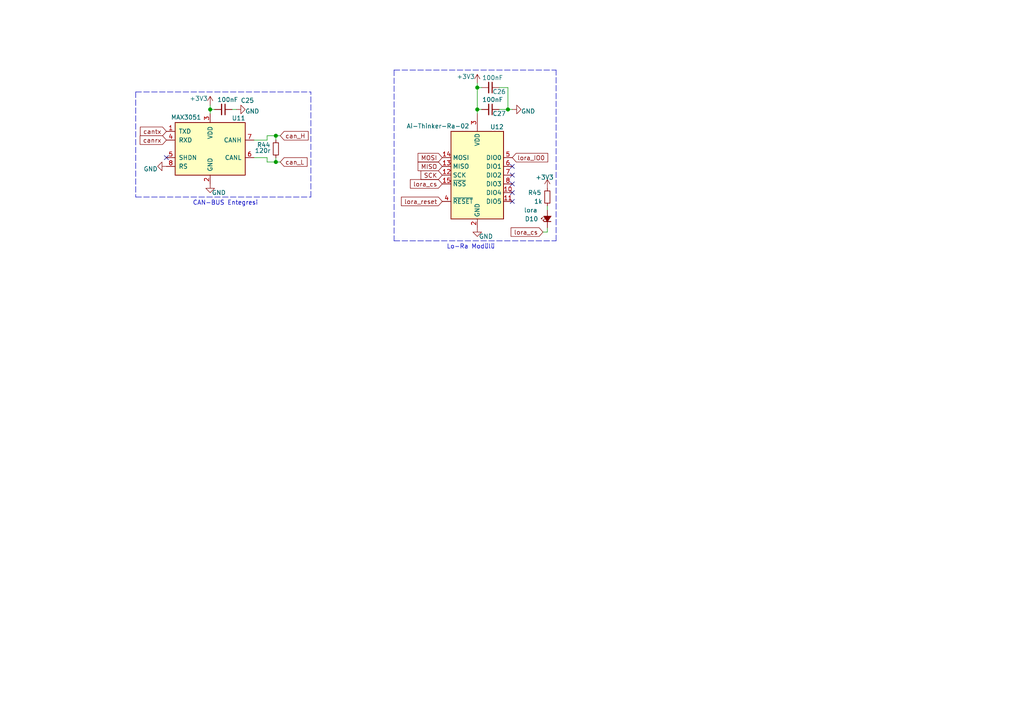
<source format=kicad_sch>
(kicad_sch (version 20201015) (generator eeschema)

  (page 1 8)

  (paper "A4")

  (lib_symbols
    (symbol "Device:C_Small" (pin_numbers hide) (pin_names (offset 0.254) hide) (in_bom yes) (on_board yes)
      (property "Reference" "C" (id 0) (at 0.254 1.778 0)
        (effects (font (size 1.27 1.27)) (justify left))
      )
      (property "Value" "C_Small" (id 1) (at 0.254 -2.032 0)
        (effects (font (size 1.27 1.27)) (justify left))
      )
      (property "Footprint" "" (id 2) (at 0 0 0)
        (effects (font (size 1.27 1.27)) hide)
      )
      (property "Datasheet" "~" (id 3) (at 0 0 0)
        (effects (font (size 1.27 1.27)) hide)
      )
      (property "ki_keywords" "capacitor cap" (id 4) (at 0 0 0)
        (effects (font (size 1.27 1.27)) hide)
      )
      (property "ki_description" "Unpolarized capacitor, small symbol" (id 5) (at 0 0 0)
        (effects (font (size 1.27 1.27)) hide)
      )
      (property "ki_fp_filters" "C_*" (id 6) (at 0 0 0)
        (effects (font (size 1.27 1.27)) hide)
      )
      (symbol "C_Small_0_1"
        (polyline
          (pts
            (xy -1.524 -0.508)
            (xy 1.524 -0.508)
          )
          (stroke (width 0.3302)) (fill (type none))
        )
        (polyline
          (pts
            (xy -1.524 0.508)
            (xy 1.524 0.508)
          )
          (stroke (width 0.3048)) (fill (type none))
        )
      )
      (symbol "C_Small_1_1"
        (pin passive line (at 0 2.54 270) (length 2.032)
          (name "~" (effects (font (size 1.27 1.27))))
          (number "1" (effects (font (size 1.27 1.27))))
        )
        (pin passive line (at 0 -2.54 90) (length 2.032)
          (name "~" (effects (font (size 1.27 1.27))))
          (number "2" (effects (font (size 1.27 1.27))))
        )
      )
    )
    (symbol "Device:LED_Small_Filled" (pin_numbers hide) (pin_names (offset 0.254) hide) (in_bom yes) (on_board yes)
      (property "Reference" "D" (id 0) (at -1.27 3.175 0)
        (effects (font (size 1.27 1.27)) (justify left))
      )
      (property "Value" "LED_Small_Filled" (id 1) (at -4.445 -2.54 0)
        (effects (font (size 1.27 1.27)) (justify left))
      )
      (property "Footprint" "" (id 2) (at 0 0 90)
        (effects (font (size 1.27 1.27)) hide)
      )
      (property "Datasheet" "~" (id 3) (at 0 0 90)
        (effects (font (size 1.27 1.27)) hide)
      )
      (property "ki_keywords" "LED diode light-emitting-diode" (id 4) (at 0 0 0)
        (effects (font (size 1.27 1.27)) hide)
      )
      (property "ki_description" "Light emitting diode, small symbol, filled shape" (id 5) (at 0 0 0)
        (effects (font (size 1.27 1.27)) hide)
      )
      (property "ki_fp_filters" "LED* LED_SMD:* LED_THT:*" (id 6) (at 0 0 0)
        (effects (font (size 1.27 1.27)) hide)
      )
      (symbol "LED_Small_Filled_0_1"
        (polyline
          (pts
            (xy -0.762 -1.016)
            (xy -0.762 1.016)
          )
          (stroke (width 0.254)) (fill (type none))
        )
        (polyline
          (pts
            (xy 1.016 0)
            (xy -0.762 0)
          )
          (stroke (width 0)) (fill (type none))
        )
        (polyline
          (pts
            (xy 0.762 -1.016)
            (xy -0.762 0)
            (xy 0.762 1.016)
            (xy 0.762 -1.016)
          )
          (stroke (width 0.254)) (fill (type outline))
        )
        (polyline
          (pts
            (xy 0 0.762)
            (xy -0.508 1.27)
            (xy -0.254 1.27)
            (xy -0.508 1.27)
            (xy -0.508 1.016)
          )
          (stroke (width 0)) (fill (type none))
        )
        (polyline
          (pts
            (xy 0.508 1.27)
            (xy 0 1.778)
            (xy 0.254 1.778)
            (xy 0 1.778)
            (xy 0 1.524)
          )
          (stroke (width 0)) (fill (type none))
        )
      )
      (symbol "LED_Small_Filled_1_1"
        (pin passive line (at -2.54 0 0) (length 1.778)
          (name "K" (effects (font (size 1.27 1.27))))
          (number "1" (effects (font (size 1.27 1.27))))
        )
        (pin passive line (at 2.54 0 180) (length 1.778)
          (name "A" (effects (font (size 1.27 1.27))))
          (number "2" (effects (font (size 1.27 1.27))))
        )
      )
    )
    (symbol "Device:R_Small" (pin_numbers hide) (pin_names (offset 0.254) hide) (in_bom yes) (on_board yes)
      (property "Reference" "R" (id 0) (at 0.762 0.508 0)
        (effects (font (size 1.27 1.27)) (justify left))
      )
      (property "Value" "R_Small" (id 1) (at 0.762 -1.016 0)
        (effects (font (size 1.27 1.27)) (justify left))
      )
      (property "Footprint" "" (id 2) (at 0 0 0)
        (effects (font (size 1.27 1.27)) hide)
      )
      (property "Datasheet" "~" (id 3) (at 0 0 0)
        (effects (font (size 1.27 1.27)) hide)
      )
      (property "ki_keywords" "R resistor" (id 4) (at 0 0 0)
        (effects (font (size 1.27 1.27)) hide)
      )
      (property "ki_description" "Resistor, small symbol" (id 5) (at 0 0 0)
        (effects (font (size 1.27 1.27)) hide)
      )
      (property "ki_fp_filters" "R_*" (id 6) (at 0 0 0)
        (effects (font (size 1.27 1.27)) hide)
      )
      (symbol "R_Small_0_1"
        (rectangle (start -0.762 1.778) (end 0.762 -1.778)
          (stroke (width 0.2032)) (fill (type none))
        )
      )
      (symbol "R_Small_1_1"
        (pin passive line (at 0 2.54 270) (length 0.762)
          (name "~" (effects (font (size 1.27 1.27))))
          (number "1" (effects (font (size 1.27 1.27))))
        )
        (pin passive line (at 0 -2.54 90) (length 0.762)
          (name "~" (effects (font (size 1.27 1.27))))
          (number "2" (effects (font (size 1.27 1.27))))
        )
      )
    )
    (symbol "Interface_UART:MAX3051" (pin_names (offset 1.016)) (in_bom yes) (on_board yes)
      (property "Reference" "U" (id 0) (at -10.16 8.89 0)
        (effects (font (size 1.27 1.27)) (justify left))
      )
      (property "Value" "MAX3051" (id 1) (at 2.54 8.89 0)
        (effects (font (size 1.27 1.27)) (justify left))
      )
      (property "Footprint" "" (id 2) (at 0 0 0)
        (effects (font (size 1.27 1.27) italic) hide)
      )
      (property "Datasheet" "http://datasheets.maximintegrated.com/en/ds/MAX3051.pdf" (id 3) (at 0 0 0)
        (effects (font (size 1.27 1.27)) hide)
      )
      (property "ki_keywords" "High-Speed CAN Transceiver" (id 4) (at 0 0 0)
        (effects (font (size 1.27 1.27)) hide)
      )
      (property "ki_description" "High-Speed CAN Transceiver, 1Mbps, 3.3V supply" (id 5) (at 0 0 0)
        (effects (font (size 1.27 1.27)) hide)
      )
      (property "ki_fp_filters" "SOT?23* SOIC*" (id 6) (at 0 0 0)
        (effects (font (size 1.27 1.27)) hide)
      )
      (symbol "MAX3051_0_1"
        (rectangle (start -10.16 7.62) (end 10.16 -7.62)
          (stroke (width 0.254)) (fill (type background))
        )
      )
      (symbol "MAX3051_1_1"
        (pin input line (at -12.7 5.08 0) (length 2.54)
          (name "TXD" (effects (font (size 1.27 1.27))))
          (number "1" (effects (font (size 1.27 1.27))))
        )
        (pin power_in line (at 0 -10.16 90) (length 2.54)
          (name "GND" (effects (font (size 1.27 1.27))))
          (number "2" (effects (font (size 1.27 1.27))))
        )
        (pin power_in line (at 0 10.16 270) (length 2.54)
          (name "VDD" (effects (font (size 1.27 1.27))))
          (number "3" (effects (font (size 1.27 1.27))))
        )
        (pin output line (at -12.7 2.54 0) (length 2.54)
          (name "RXD" (effects (font (size 1.27 1.27))))
          (number "4" (effects (font (size 1.27 1.27))))
        )
        (pin input line (at -12.7 -2.54 0) (length 2.54)
          (name "SHDN" (effects (font (size 1.27 1.27))))
          (number "5" (effects (font (size 1.27 1.27))))
        )
        (pin bidirectional line (at 12.7 -2.54 180) (length 2.54)
          (name "CANL" (effects (font (size 1.27 1.27))))
          (number "6" (effects (font (size 1.27 1.27))))
        )
        (pin bidirectional line (at 12.7 2.54 180) (length 2.54)
          (name "CANH" (effects (font (size 1.27 1.27))))
          (number "7" (effects (font (size 1.27 1.27))))
        )
        (pin input line (at -12.7 -5.08 0) (length 2.54)
          (name "RS" (effects (font (size 1.27 1.27))))
          (number "8" (effects (font (size 1.27 1.27))))
        )
      )
    )
    (symbol "RF_Module:Ai-Thinker-Ra-02" (in_bom yes) (on_board yes)
      (property "Reference" "U" (id 0) (at 2.54 19.05 0)
        (effects (font (size 1.27 1.27)))
      )
      (property "Value" "Ai-Thinker-Ra-02" (id 1) (at 13.97 -15.24 0)
        (effects (font (size 1.27 1.27)))
      )
      (property "Footprint" "RF_Module:Ai-Thinker-Ra-01-LoRa" (id 2) (at 25.4 -10.16 0)
        (effects (font (size 1.27 1.27)) hide)
      )
      (property "Datasheet" "http://wiki.ai-thinker.com/_media/lora/docs/c048ps01a1_ra-02_product_specification_v1.1.pdf" (id 3) (at 2.54 19.05 0)
        (effects (font (size 1.27 1.27)) hide)
      )
      (property "ki_keywords" "Ra-02 LoRa" (id 4) (at 0 0 0)
        (effects (font (size 1.27 1.27)) hide)
      )
      (property "ki_description" "Ai-Thinker Ra-02 410-525 MHz LoRa Module, SPI interface, U.FL antenna connector" (id 5) (at 0 0 0)
        (effects (font (size 1.27 1.27)) hide)
      )
      (property "ki_fp_filters" "Ai?Thinker?Ra?01*" (id 6) (at 0 0 0)
        (effects (font (size 1.27 1.27)) hide)
      )
      (symbol "Ai-Thinker-Ra-02_0_1"
        (rectangle (start -7.62 12.7) (end 7.62 -12.7)
          (stroke (width 0.254)) (fill (type background))
        )
      )
      (symbol "Ai-Thinker-Ra-02_1_1"
        (pin passive line (at 0 -15.24 90) (length 2.54) hide
          (name "GND" (effects (font (size 1.27 1.27))))
          (number "1" (effects (font (size 1.27 1.27))))
        )
        (pin bidirectional line (at 10.16 -5.08 180) (length 2.54)
          (name "DIO4" (effects (font (size 1.27 1.27))))
          (number "10" (effects (font (size 1.27 1.27))))
        )
        (pin bidirectional line (at 10.16 -7.62 180) (length 2.54)
          (name "DIO5" (effects (font (size 1.27 1.27))))
          (number "11" (effects (font (size 1.27 1.27))))
        )
        (pin input line (at -10.16 0 0) (length 2.54)
          (name "SCK" (effects (font (size 1.27 1.27))))
          (number "12" (effects (font (size 1.27 1.27))))
        )
        (pin output line (at -10.16 2.54 0) (length 2.54)
          (name "MISO" (effects (font (size 1.27 1.27))))
          (number "13" (effects (font (size 1.27 1.27))))
        )
        (pin input line (at -10.16 5.08 0) (length 2.54)
          (name "MOSI" (effects (font (size 1.27 1.27))))
          (number "14" (effects (font (size 1.27 1.27))))
        )
        (pin input line (at -10.16 -2.54 0) (length 2.54)
          (name "~NSS" (effects (font (size 1.27 1.27))))
          (number "15" (effects (font (size 1.27 1.27))))
        )
        (pin passive line (at 0 -15.24 90) (length 2.54) hide
          (name "GND" (effects (font (size 1.27 1.27))))
          (number "16" (effects (font (size 1.27 1.27))))
        )
        (pin power_in line (at 0 -15.24 90) (length 2.54)
          (name "GND" (effects (font (size 1.27 1.27))))
          (number "2" (effects (font (size 1.27 1.27))))
        )
        (pin power_in line (at 0 17.78 270) (length 5.08)
          (name "VDD" (effects (font (size 1.27 1.27))))
          (number "3" (effects (font (size 1.27 1.27))))
        )
        (pin input line (at -10.16 -7.62 0) (length 2.54)
          (name "~RESET" (effects (font (size 1.27 1.27))))
          (number "4" (effects (font (size 1.27 1.27))))
        )
        (pin bidirectional line (at 10.16 5.08 180) (length 2.54)
          (name "DIO0" (effects (font (size 1.27 1.27))))
          (number "5" (effects (font (size 1.27 1.27))))
        )
        (pin bidirectional line (at 10.16 2.54 180) (length 2.54)
          (name "DIO1" (effects (font (size 1.27 1.27))))
          (number "6" (effects (font (size 1.27 1.27))))
        )
        (pin bidirectional line (at 10.16 0 180) (length 2.54)
          (name "DIO2" (effects (font (size 1.27 1.27))))
          (number "7" (effects (font (size 1.27 1.27))))
        )
        (pin bidirectional line (at 10.16 -2.54 180) (length 2.54)
          (name "DIO3" (effects (font (size 1.27 1.27))))
          (number "8" (effects (font (size 1.27 1.27))))
        )
        (pin passive line (at 0 -15.24 90) (length 2.54) hide
          (name "GND" (effects (font (size 1.27 1.27))))
          (number "9" (effects (font (size 1.27 1.27))))
        )
      )
    )
    (symbol "power:+3V3" (power) (pin_names (offset 0)) (in_bom yes) (on_board yes)
      (property "Reference" "#PWR" (id 0) (at 0 -3.81 0)
        (effects (font (size 1.27 1.27)) hide)
      )
      (property "Value" "+3V3" (id 1) (at 0 3.556 0)
        (effects (font (size 1.27 1.27)))
      )
      (property "Footprint" "" (id 2) (at 0 0 0)
        (effects (font (size 1.27 1.27)) hide)
      )
      (property "Datasheet" "" (id 3) (at 0 0 0)
        (effects (font (size 1.27 1.27)) hide)
      )
      (property "ki_keywords" "power-flag" (id 4) (at 0 0 0)
        (effects (font (size 1.27 1.27)) hide)
      )
      (property "ki_description" "Power symbol creates a global label with name \"+3V3\"" (id 5) (at 0 0 0)
        (effects (font (size 1.27 1.27)) hide)
      )
      (symbol "+3V3_0_1"
        (polyline
          (pts
            (xy -0.762 1.27)
            (xy 0 2.54)
          )
          (stroke (width 0)) (fill (type none))
        )
        (polyline
          (pts
            (xy 0 0)
            (xy 0 2.54)
          )
          (stroke (width 0)) (fill (type none))
        )
        (polyline
          (pts
            (xy 0 2.54)
            (xy 0.762 1.27)
          )
          (stroke (width 0)) (fill (type none))
        )
      )
      (symbol "+3V3_1_1"
        (pin power_in line (at 0 0 90) (length 0) hide
          (name "+3V3" (effects (font (size 1.27 1.27))))
          (number "1" (effects (font (size 1.27 1.27))))
        )
      )
    )
    (symbol "power:GND" (power) (pin_names (offset 0)) (in_bom yes) (on_board yes)
      (property "Reference" "#PWR" (id 0) (at 0 -6.35 0)
        (effects (font (size 1.27 1.27)) hide)
      )
      (property "Value" "GND" (id 1) (at 0 -3.81 0)
        (effects (font (size 1.27 1.27)))
      )
      (property "Footprint" "" (id 2) (at 0 0 0)
        (effects (font (size 1.27 1.27)) hide)
      )
      (property "Datasheet" "" (id 3) (at 0 0 0)
        (effects (font (size 1.27 1.27)) hide)
      )
      (property "ki_keywords" "power-flag" (id 4) (at 0 0 0)
        (effects (font (size 1.27 1.27)) hide)
      )
      (property "ki_description" "Power symbol creates a global label with name \"GND\" , ground" (id 5) (at 0 0 0)
        (effects (font (size 1.27 1.27)) hide)
      )
      (symbol "GND_0_1"
        (polyline
          (pts
            (xy 0 0)
            (xy 0 -1.27)
            (xy 1.27 -1.27)
            (xy 0 -2.54)
            (xy -1.27 -1.27)
            (xy 0 -1.27)
          )
          (stroke (width 0)) (fill (type none))
        )
      )
      (symbol "GND_1_1"
        (pin power_in line (at 0 0 270) (length 0) hide
          (name "GND" (effects (font (size 1.27 1.27))))
          (number "1" (effects (font (size 1.27 1.27))))
        )
      )
    )
  )

  (junction (at 60.96 31.75) (diameter 1.016) (color 0 0 0 0))
  (junction (at 80.01 39.37) (diameter 1.016) (color 0 0 0 0))
  (junction (at 80.01 46.99) (diameter 1.016) (color 0 0 0 0))
  (junction (at 138.43 25.4) (diameter 1.016) (color 0 0 0 0))
  (junction (at 138.43 31.75) (diameter 1.016) (color 0 0 0 0))
  (junction (at 147.32 31.75) (diameter 1.016) (color 0 0 0 0))

  (no_connect (at 148.59 58.42))
  (no_connect (at 148.59 48.26))
  (no_connect (at 48.26 45.72))
  (no_connect (at 148.59 50.8))
  (no_connect (at 148.59 55.88))
  (no_connect (at 148.59 53.34))

  (wire (pts (xy 60.96 30.48) (xy 60.96 31.75))
    (stroke (width 0) (type solid) (color 0 0 0 0))
  )
  (wire (pts (xy 60.96 31.75) (xy 62.23 31.75))
    (stroke (width 0) (type solid) (color 0 0 0 0))
  )
  (wire (pts (xy 60.96 33.02) (xy 60.96 31.75))
    (stroke (width 0) (type solid) (color 0 0 0 0))
  )
  (wire (pts (xy 67.31 31.75) (xy 68.58 31.75))
    (stroke (width 0) (type solid) (color 0 0 0 0))
  )
  (wire (pts (xy 73.66 40.64) (xy 77.47 40.64))
    (stroke (width 0) (type solid) (color 0 0 0 0))
  )
  (wire (pts (xy 73.66 45.72) (xy 77.47 45.72))
    (stroke (width 0) (type solid) (color 0 0 0 0))
  )
  (wire (pts (xy 77.47 39.37) (xy 80.01 39.37))
    (stroke (width 0) (type solid) (color 0 0 0 0))
  )
  (wire (pts (xy 77.47 40.64) (xy 77.47 39.37))
    (stroke (width 0) (type solid) (color 0 0 0 0))
  )
  (wire (pts (xy 77.47 45.72) (xy 77.47 46.99))
    (stroke (width 0) (type solid) (color 0 0 0 0))
  )
  (wire (pts (xy 77.47 46.99) (xy 80.01 46.99))
    (stroke (width 0) (type solid) (color 0 0 0 0))
  )
  (wire (pts (xy 80.01 39.37) (xy 80.01 40.64))
    (stroke (width 0) (type solid) (color 0 0 0 0))
  )
  (wire (pts (xy 80.01 39.37) (xy 81.28 39.37))
    (stroke (width 0) (type solid) (color 0 0 0 0))
  )
  (wire (pts (xy 80.01 45.72) (xy 80.01 46.99))
    (stroke (width 0) (type solid) (color 0 0 0 0))
  )
  (wire (pts (xy 80.01 46.99) (xy 81.28 46.99))
    (stroke (width 0) (type solid) (color 0 0 0 0))
  )
  (wire (pts (xy 138.43 24.13) (xy 138.43 25.4))
    (stroke (width 0) (type solid) (color 0 0 0 0))
  )
  (wire (pts (xy 138.43 25.4) (xy 138.43 31.75))
    (stroke (width 0) (type solid) (color 0 0 0 0))
  )
  (wire (pts (xy 138.43 31.75) (xy 139.7 31.75))
    (stroke (width 0) (type solid) (color 0 0 0 0))
  )
  (wire (pts (xy 138.43 33.02) (xy 138.43 31.75))
    (stroke (width 0) (type solid) (color 0 0 0 0))
  )
  (wire (pts (xy 139.7 25.4) (xy 138.43 25.4))
    (stroke (width 0) (type solid) (color 0 0 0 0))
  )
  (wire (pts (xy 144.78 25.4) (xy 147.32 25.4))
    (stroke (width 0) (type solid) (color 0 0 0 0))
  )
  (wire (pts (xy 147.32 25.4) (xy 147.32 31.75))
    (stroke (width 0) (type solid) (color 0 0 0 0))
  )
  (wire (pts (xy 147.32 31.75) (xy 144.78 31.75))
    (stroke (width 0) (type solid) (color 0 0 0 0))
  )
  (wire (pts (xy 147.32 31.75) (xy 148.59 31.75))
    (stroke (width 0) (type solid) (color 0 0 0 0))
  )
  (wire (pts (xy 157.48 67.31) (xy 158.75 67.31))
    (stroke (width 0) (type solid) (color 0 0 0 0))
  )
  (wire (pts (xy 158.75 60.96) (xy 158.75 59.69))
    (stroke (width 0) (type solid) (color 0 0 0 0))
  )
  (wire (pts (xy 158.75 67.31) (xy 158.75 66.04))
    (stroke (width 0) (type solid) (color 0 0 0 0))
  )
  (polyline (pts (xy 39.37 26.67) (xy 39.37 57.15))
    (stroke (width 0) (type dash) (color 0 0 0 0))
  )
  (polyline (pts (xy 39.37 26.67) (xy 90.17 26.67))
    (stroke (width 0) (type dash) (color 0 0 0 0))
  )
  (polyline (pts (xy 39.37 57.15) (xy 90.17 57.15))
    (stroke (width 0) (type dash) (color 0 0 0 0))
  )
  (polyline (pts (xy 90.17 57.15) (xy 90.17 26.67))
    (stroke (width 0) (type dash) (color 0 0 0 0))
  )
  (polyline (pts (xy 114.3 20.32) (xy 114.3 69.85))
    (stroke (width 0) (type dash) (color 0 0 0 0))
  )
  (polyline (pts (xy 114.3 20.32) (xy 161.29 20.32))
    (stroke (width 0) (type dash) (color 0 0 0 0))
  )
  (polyline (pts (xy 114.3 69.85) (xy 161.29 69.85))
    (stroke (width 0) (type dash) (color 0 0 0 0))
  )
  (polyline (pts (xy 161.29 69.85) (xy 161.29 20.32))
    (stroke (width 0) (type dash) (color 0 0 0 0))
  )

  (text "CAN-BUS Entegresi" (at 55.88 59.69 0)
    (effects (font (size 1.27 1.27)) (justify left bottom))
  )
  (text "Lo-Ra Modülü" (at 129.54 72.39 0)
    (effects (font (size 1.27 1.27)) (justify left bottom))
  )

  (global_label "cantx" (shape input) (at 48.26 38.1 180)    (property "Intersheet References" "${INTERSHEET_REFS}" (id 0) (at 39.1824 38.0206 0)
      (effects (font (size 1.27 1.27)) (justify right) hide)
    )

    (effects (font (size 1.27 1.27)) (justify right))
  )
  (global_label "canrx" (shape input) (at 48.26 40.64 180)    (property "Intersheet References" "${INTERSHEET_REFS}" (id 0) (at 39.1219 40.5606 0)
      (effects (font (size 1.27 1.27)) (justify right) hide)
    )

    (effects (font (size 1.27 1.27)) (justify right))
  )
  (global_label "can_H" (shape input) (at 81.28 39.37 0)    (property "Intersheet References" "${INTERSHEET_REFS}" (id 0) (at 90.9019 39.2906 0)
      (effects (font (size 1.27 1.27)) (justify left) hide)
    )

    (effects (font (size 1.27 1.27)) (justify left))
  )
  (global_label "can_L" (shape input) (at 81.28 46.99 0)    (property "Intersheet References" "${INTERSHEET_REFS}" (id 0) (at 90.5995 46.9106 0)
      (effects (font (size 1.27 1.27)) (justify left) hide)
    )

    (effects (font (size 1.27 1.27)) (justify left))
  )
  (global_label "MOSI" (shape input) (at 128.27 45.72 180)    (property "Intersheet References" "${INTERSHEET_REFS}" (id 0) (at 129.1833 45.6406 0)
      (effects (font (size 1.27 1.27)) (justify left) hide)
    )

    (effects (font (size 1.27 1.27)) (justify right))
  )
  (global_label "MISO" (shape input) (at 128.27 48.26 180)    (property "Intersheet References" "${INTERSHEET_REFS}" (id 0) (at 129.1833 48.1806 0)
      (effects (font (size 1.27 1.27)) (justify left) hide)
    )

    (effects (font (size 1.27 1.27)) (justify right))
  )
  (global_label "SCK" (shape input) (at 128.27 50.8 180)    (property "Intersheet References" "${INTERSHEET_REFS}" (id 0) (at 128.3366 50.7206 0)
      (effects (font (size 1.27 1.27)) (justify left) hide)
    )

    (effects (font (size 1.27 1.27)) (justify right))
  )
  (global_label "lora_cs" (shape input) (at 128.27 53.34 180)    (property "Intersheet References" "${INTERSHEET_REFS}" (id 0) (at 117.4991 53.2606 0)
      (effects (font (size 1.27 1.27)) (justify right) hide)
    )

    (effects (font (size 1.27 1.27)) (justify right))
  )
  (global_label "lora_reset" (shape input) (at 128.27 58.42 180)    (property "Intersheet References" "${INTERSHEET_REFS}" (id 0) (at 114.8986 58.3406 0)
      (effects (font (size 1.27 1.27)) (justify right) hide)
    )

    (effects (font (size 1.27 1.27)) (justify right))
  )
  (global_label "lora_IO0" (shape input) (at 148.59 45.72 0)    (property "Intersheet References" "${INTERSHEET_REFS}" (id 0) (at 160.389 45.6406 0)
      (effects (font (size 1.27 1.27)) (justify left) hide)
    )

    (effects (font (size 1.27 1.27)) (justify left))
  )
  (global_label "lora_cs" (shape input) (at 157.48 67.31 180)    (property "Intersheet References" "${INTERSHEET_REFS}" (id 0) (at 146.7091 67.2306 0)
      (effects (font (size 1.27 1.27)) (justify right) hide)
    )

    (effects (font (size 1.27 1.27)) (justify right))
  )

  (symbol (lib_id "power:+3V3") (at 60.96 30.48 0) (unit 1)
    (in_bom yes) (on_board yes)
    (uuid "9057466b-33db-4552-9f7c-d09acefd8b06")
    (property "Reference" "#PWR093" (id 0) (at 60.96 34.29 0)
      (effects (font (size 1.27 1.27)) hide)
    )
    (property "Value" "+3V3" (id 1) (at 54.9783 28.5749 0)
      (effects (font (size 1.27 1.27)) (justify left))
    )
    (property "Footprint" "" (id 2) (at 60.96 30.48 0)
      (effects (font (size 1.27 1.27)) hide)
    )
    (property "Datasheet" "" (id 3) (at 60.96 30.48 0)
      (effects (font (size 1.27 1.27)) hide)
    )
  )

  (symbol (lib_id "power:+3V3") (at 138.43 24.13 0) (unit 1)
    (in_bom yes) (on_board yes)
    (uuid "eb27c97a-0514-45e3-ae36-b9d617727a0d")
    (property "Reference" "#PWR096" (id 0) (at 138.43 27.94 0)
      (effects (font (size 1.27 1.27)) hide)
    )
    (property "Value" "+3V3" (id 1) (at 132.4483 22.2249 0)
      (effects (font (size 1.27 1.27)) (justify left))
    )
    (property "Footprint" "" (id 2) (at 138.43 24.13 0)
      (effects (font (size 1.27 1.27)) hide)
    )
    (property "Datasheet" "" (id 3) (at 138.43 24.13 0)
      (effects (font (size 1.27 1.27)) hide)
    )
  )

  (symbol (lib_id "power:+3V3") (at 158.75 54.61 0) (unit 1)
    (in_bom yes) (on_board yes)
    (uuid "64ced302-e1b3-4f1f-ba5a-0b0919bfb0d7")
    (property "Reference" "#PWR099" (id 0) (at 158.75 58.42 0)
      (effects (font (size 1.27 1.27)) hide)
    )
    (property "Value" "+3V3" (id 1) (at 155.3083 51.4349 0)
      (effects (font (size 1.27 1.27)) (justify left))
    )
    (property "Footprint" "" (id 2) (at 158.75 54.61 0)
      (effects (font (size 1.27 1.27)) hide)
    )
    (property "Datasheet" "" (id 3) (at 158.75 54.61 0)
      (effects (font (size 1.27 1.27)) hide)
    )
  )

  (symbol (lib_id "power:GND") (at 48.26 48.26 270) (unit 1)
    (in_bom yes) (on_board yes)
    (uuid "6e9a4a61-e63a-4ee1-985c-41dab5c38ade")
    (property "Reference" "#PWR092" (id 0) (at 41.91 48.26 0)
      (effects (font (size 1.27 1.27)) hide)
    )
    (property "Value" "GND" (id 1) (at 45.7199 49.0093 90)
      (effects (font (size 1.27 1.27)) (justify right))
    )
    (property "Footprint" "" (id 2) (at 48.26 48.26 0)
      (effects (font (size 1.27 1.27)) hide)
    )
    (property "Datasheet" "" (id 3) (at 48.26 48.26 0)
      (effects (font (size 1.27 1.27)) hide)
    )
  )

  (symbol (lib_id "power:GND") (at 60.96 53.34 0) (unit 1)
    (in_bom yes) (on_board yes)
    (uuid "651164dc-f852-4b26-a7c1-a39a49740890")
    (property "Reference" "#PWR094" (id 0) (at 60.96 59.69 0)
      (effects (font (size 1.27 1.27)) hide)
    )
    (property "Value" "GND" (id 1) (at 65.5193 55.8801 0)
      (effects (font (size 1.27 1.27)) (justify right))
    )
    (property "Footprint" "" (id 2) (at 60.96 53.34 0)
      (effects (font (size 1.27 1.27)) hide)
    )
    (property "Datasheet" "" (id 3) (at 60.96 53.34 0)
      (effects (font (size 1.27 1.27)) hide)
    )
  )

  (symbol (lib_id "power:GND") (at 68.58 31.75 90) (unit 1)
    (in_bom yes) (on_board yes)
    (uuid "990ccf50-f4db-46c7-aa27-dabeee8bcaf6")
    (property "Reference" "#PWR095" (id 0) (at 74.93 31.75 0)
      (effects (font (size 1.27 1.27)) hide)
    )
    (property "Value" "GND" (id 1) (at 71.1201 32.2707 90)
      (effects (font (size 1.27 1.27)) (justify right))
    )
    (property "Footprint" "" (id 2) (at 68.58 31.75 0)
      (effects (font (size 1.27 1.27)) hide)
    )
    (property "Datasheet" "" (id 3) (at 68.58 31.75 0)
      (effects (font (size 1.27 1.27)) hide)
    )
  )

  (symbol (lib_id "power:GND") (at 138.43 66.04 0) (unit 1)
    (in_bom yes) (on_board yes)
    (uuid "a8a7282f-6630-43e3-b70d-049c840dc09d")
    (property "Reference" "#PWR097" (id 0) (at 138.43 72.39 0)
      (effects (font (size 1.27 1.27)) hide)
    )
    (property "Value" "GND" (id 1) (at 142.9893 68.5801 0)
      (effects (font (size 1.27 1.27)) (justify right))
    )
    (property "Footprint" "" (id 2) (at 138.43 66.04 0)
      (effects (font (size 1.27 1.27)) hide)
    )
    (property "Datasheet" "" (id 3) (at 138.43 66.04 0)
      (effects (font (size 1.27 1.27)) hide)
    )
  )

  (symbol (lib_id "power:GND") (at 148.59 31.75 90) (unit 1)
    (in_bom yes) (on_board yes)
    (uuid "3958359c-26b0-4598-98e2-f416de77a295")
    (property "Reference" "#PWR098" (id 0) (at 154.94 31.75 0)
      (effects (font (size 1.27 1.27)) hide)
    )
    (property "Value" "GND" (id 1) (at 151.1301 32.2707 90)
      (effects (font (size 1.27 1.27)) (justify right))
    )
    (property "Footprint" "" (id 2) (at 148.59 31.75 0)
      (effects (font (size 1.27 1.27)) hide)
    )
    (property "Datasheet" "" (id 3) (at 148.59 31.75 0)
      (effects (font (size 1.27 1.27)) hide)
    )
  )

  (symbol (lib_id "Device:R_Small") (at 80.01 43.18 0) (unit 1)
    (in_bom yes) (on_board yes)
    (uuid "e640a091-ebc0-457b-9b6e-5318c4e812e3")
    (property "Reference" "R44" (id 0) (at 74.5237 42.0306 0)
      (effects (font (size 1.27 1.27)) (justify left))
    )
    (property "Value" "120r" (id 1) (at 73.889 43.694 0)
      (effects (font (size 1.27 1.27)) (justify left))
    )
    (property "Footprint" "Resistor_SMD:R_0402_1005Metric" (id 2) (at 80.01 43.18 0)
      (effects (font (size 1.27 1.27)) hide)
    )
    (property "Datasheet" "~" (id 3) (at 80.01 43.18 0)
      (effects (font (size 1.27 1.27)) hide)
    )
  )

  (symbol (lib_id "Device:R_Small") (at 158.75 57.15 0) (unit 1)
    (in_bom yes) (on_board yes)
    (uuid "2f90c7df-3948-4777-b31d-86f21396d14a")
    (property "Reference" "R45" (id 0) (at 155.0732 55.88 0))
    (property "Value" "1k" (id 1) (at 156.102 58.42 0))
    (property "Footprint" "Resistor_SMD:R_0402_1005Metric" (id 2) (at 158.75 57.15 0)
      (effects (font (size 1.27 1.27)) hide)
    )
    (property "Datasheet" "~" (id 3) (at 158.75 57.15 0)
      (effects (font (size 1.27 1.27)) hide)
    )
  )

  (symbol (lib_id "Device:LED_Small_Filled") (at 158.75 63.5 90) (unit 1)
    (in_bom yes) (on_board yes)
    (uuid "4de27883-31e4-424c-bd76-8b64159b4c0a")
    (property "Reference" "D10" (id 0) (at 154.1588 63.5 90))
    (property "Value" "lora" (id 1) (at 153.918 60.96 90))
    (property "Footprint" "LED_SMD:LED_0402_1005Metric" (id 2) (at 158.75 63.5 90)
      (effects (font (size 1.27 1.27)) hide)
    )
    (property "Datasheet" "~" (id 3) (at 158.75 63.5 90)
      (effects (font (size 1.27 1.27)) hide)
    )
  )

  (symbol (lib_id "Device:C_Small") (at 64.77 31.75 270) (unit 1)
    (in_bom yes) (on_board yes)
    (uuid "fb8d9051-6962-48f6-9328-8f78e986f52c")
    (property "Reference" "C25" (id 0) (at 71.755 29.1527 90))
    (property "Value" "100nF" (id 1) (at 66.04 28.911 90))
    (property "Footprint" "Capacitor_SMD:C_0402_1005Metric" (id 2) (at 64.77 31.75 0)
      (effects (font (size 1.27 1.27)) hide)
    )
    (property "Datasheet" "~" (id 3) (at 64.77 31.75 0)
      (effects (font (size 1.27 1.27)) hide)
    )
  )

  (symbol (lib_id "Device:C_Small") (at 142.24 25.4 270) (unit 1)
    (in_bom yes) (on_board yes)
    (uuid "b93e07f9-4968-47b8-b1b8-df5f7035a238")
    (property "Reference" "C26" (id 0) (at 144.78 26.6127 90))
    (property "Value" "100nF" (id 1) (at 142.875 22.561 90))
    (property "Footprint" "Capacitor_SMD:C_0402_1005Metric" (id 2) (at 142.24 25.4 0)
      (effects (font (size 1.27 1.27)) hide)
    )
    (property "Datasheet" "~" (id 3) (at 142.24 25.4 0)
      (effects (font (size 1.27 1.27)) hide)
    )
  )

  (symbol (lib_id "Device:C_Small") (at 142.24 31.75 270) (unit 1)
    (in_bom yes) (on_board yes)
    (uuid "842b8041-de15-4b1a-96dd-5e3fc53ce770")
    (property "Reference" "C27" (id 0) (at 144.78 32.9627 90))
    (property "Value" "100nF" (id 1) (at 142.875 28.911 90))
    (property "Footprint" "Capacitor_SMD:C_0402_1005Metric" (id 2) (at 142.24 31.75 0)
      (effects (font (size 1.27 1.27)) hide)
    )
    (property "Datasheet" "~" (id 3) (at 142.24 31.75 0)
      (effects (font (size 1.27 1.27)) hide)
    )
  )

  (symbol (lib_id "Interface_UART:MAX3051") (at 60.96 43.18 0) (unit 1)
    (in_bom yes) (on_board yes)
    (uuid "c961c22d-170b-418d-8a62-10554056b465")
    (property "Reference" "U11" (id 0) (at 69.215 34.2708 0))
    (property "Value" "MAX3051" (id 1) (at 53.975 34.0295 0))
    (property "Footprint" "Package_TO_SOT_SMD:SOT-23-8" (id 2) (at 60.96 43.18 0)
      (effects (font (size 1.27 1.27) italic) hide)
    )
    (property "Datasheet" "http://datasheets.maximintegrated.com/en/ds/MAX3051.pdf" (id 3) (at 60.96 43.18 0)
      (effects (font (size 1.27 1.27)) hide)
    )
  )

  (symbol (lib_id "RF_Module:Ai-Thinker-Ra-02") (at 138.43 50.8 0) (unit 1)
    (in_bom yes) (on_board yes)
    (uuid "7753c5fb-6c95-4dbc-b781-95f63cb54122")
    (property "Reference" "U12" (id 0) (at 144.145 36.8108 0))
    (property "Value" "Ai-Thinker-Ra-02" (id 1) (at 127 36.5695 0))
    (property "Footprint" "RF_Module:Ai-Thinker-Ra-01-LoRa" (id 2) (at 163.83 60.96 0)
      (effects (font (size 1.27 1.27)) hide)
    )
    (property "Datasheet" "http://wiki.ai-thinker.com/_media/lora/docs/c048ps01a1_ra-02_product_specification_v1.1.pdf" (id 3) (at 140.97 31.75 0)
      (effects (font (size 1.27 1.27)) hide)
    )
  )
)

</source>
